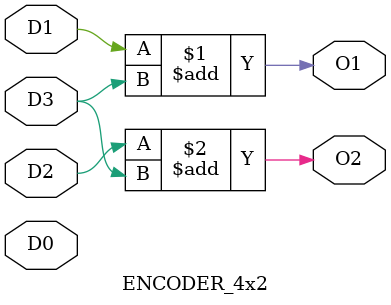
<source format=v>
`timescale 1ns / 1ps

// Author      : Venu Pabbuleti 
// ID          : N180116
//Branch       : ECE
//Project Name : RTL design using Verilog
//Design  Name : 4 TO 2 ENCODER
//Module  Name : ENCODER_4X2
//RGUKT NUZVID 
//////////////////////////////////////////////////////////////////////////////////


module ENCODER_4x2(D3,D2,D1,D0,O2,O1);
input D3,D2,D1,D0;
output O2,O1;
assign O1=D1+D3;
assign O2=D2+D3;

endmodule

</source>
